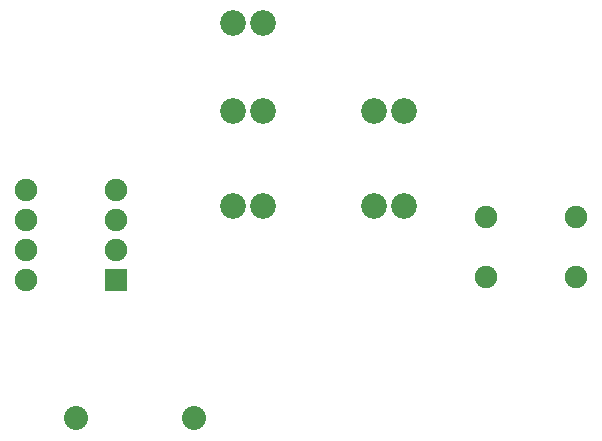
<source format=gts>
G04 (created by PCBNEW-RS274X (2011-05-25)-stable) date Thu 01 Nov 2012 20:09:25 GMT*
G01*
G70*
G90*
%MOIN*%
G04 Gerber Fmt 3.4, Leading zero omitted, Abs format*
%FSLAX34Y34*%
G04 APERTURE LIST*
%ADD10C,0.006000*%
%ADD11C,0.075000*%
%ADD12C,0.086000*%
%ADD13R,0.075000X0.075000*%
%ADD14C,0.080000*%
G04 APERTURE END LIST*
G54D10*
G54D11*
X43232Y-23606D03*
X43232Y-25606D03*
X40232Y-23606D03*
X40232Y-25606D03*
G54D12*
X31783Y-17126D03*
X32783Y-17126D03*
X31783Y-20079D03*
X32783Y-20079D03*
X31783Y-23228D03*
X32783Y-23228D03*
X36508Y-20079D03*
X37508Y-20079D03*
X36508Y-23228D03*
X37508Y-23228D03*
G54D13*
X27878Y-25713D03*
G54D11*
X27878Y-24713D03*
X27878Y-23713D03*
X27878Y-22713D03*
X24878Y-22713D03*
X24878Y-23713D03*
X24878Y-24713D03*
X24878Y-25713D03*
G54D14*
X26575Y-30315D03*
X30505Y-30315D03*
M02*

</source>
